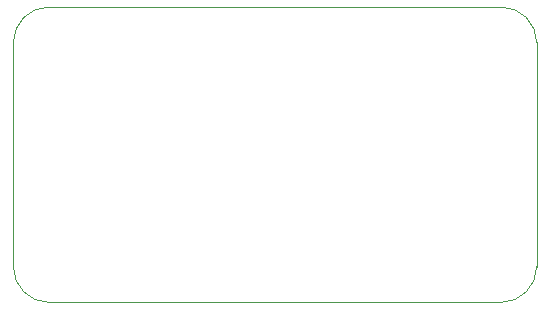
<source format=gbr>
%TF.GenerationSoftware,KiCad,Pcbnew,(5.1.12)-1*%
%TF.CreationDate,2023-04-03T19:11:50-05:00*%
%TF.ProjectId,Tag Connector,54616720-436f-46e6-9e65-63746f722e6b,rev?*%
%TF.SameCoordinates,Original*%
%TF.FileFunction,Profile,NP*%
%FSLAX46Y46*%
G04 Gerber Fmt 4.6, Leading zero omitted, Abs format (unit mm)*
G04 Created by KiCad (PCBNEW (5.1.12)-1) date 2023-04-03 19:11:50*
%MOMM*%
%LPD*%
G01*
G04 APERTURE LIST*
%TA.AperFunction,Profile*%
%ADD10C,0.050000*%
%TD*%
G04 APERTURE END LIST*
D10*
X136862000Y-110898000D02*
G75*
G02*
X133862000Y-107898000I0J3000000D01*
G01*
X178162000Y-107898000D02*
G75*
G02*
X175162000Y-110898000I-3000000J0D01*
G01*
X175162000Y-85898000D02*
G75*
G02*
X178162000Y-88898000I0J-3000000D01*
G01*
X133862000Y-88898000D02*
G75*
G02*
X136862000Y-85898000I3000000J0D01*
G01*
X133862000Y-107898000D02*
X133862000Y-88898000D01*
X178162000Y-88898000D02*
X178162000Y-107898000D01*
X136862000Y-85898000D02*
X175162000Y-85898000D01*
X175162000Y-110898000D02*
X136862000Y-110898000D01*
M02*

</source>
